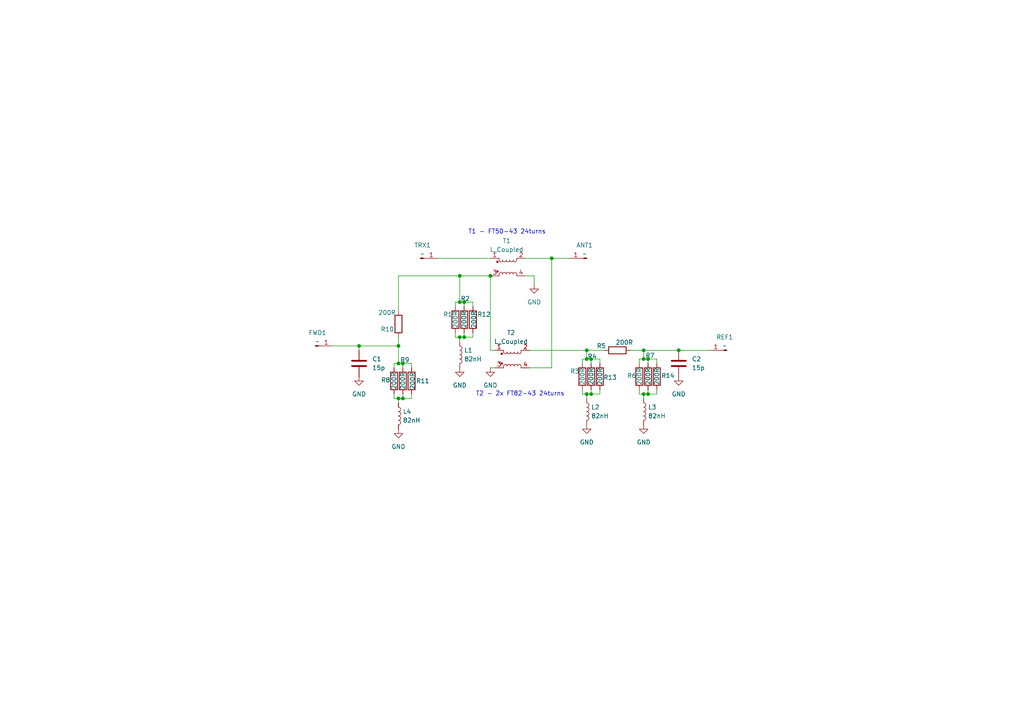
<source format=kicad_sch>
(kicad_sch
	(version 20250114)
	(generator "eeschema")
	(generator_version "9.0")
	(uuid "3d75ebb7-6ad1-4d41-8ff1-3ffab6ca7183")
	(paper "A4")
	(title_block
		(rev "1.2")
		(comment 1 "original 10db pad change to 18db pad")
	)
	(lib_symbols
		(symbol "Connector:Conn_01x01_Pin"
			(pin_names
				(offset 1.016)
				(hide yes)
			)
			(exclude_from_sim no)
			(in_bom yes)
			(on_board yes)
			(property "Reference" "J"
				(at 0 2.54 0)
				(effects
					(font
						(size 1.27 1.27)
					)
				)
			)
			(property "Value" "Conn_01x01_Pin"
				(at 0 -2.54 0)
				(effects
					(font
						(size 1.27 1.27)
					)
				)
			)
			(property "Footprint" ""
				(at 0 0 0)
				(effects
					(font
						(size 1.27 1.27)
					)
					(hide yes)
				)
			)
			(property "Datasheet" "~"
				(at 0 0 0)
				(effects
					(font
						(size 1.27 1.27)
					)
					(hide yes)
				)
			)
			(property "Description" "Generic connector, single row, 01x01, script generated"
				(at 0 0 0)
				(effects
					(font
						(size 1.27 1.27)
					)
					(hide yes)
				)
			)
			(property "ki_locked" ""
				(at 0 0 0)
				(effects
					(font
						(size 1.27 1.27)
					)
				)
			)
			(property "ki_keywords" "connector"
				(at 0 0 0)
				(effects
					(font
						(size 1.27 1.27)
					)
					(hide yes)
				)
			)
			(property "ki_fp_filters" "Connector*:*_1x??_*"
				(at 0 0 0)
				(effects
					(font
						(size 1.27 1.27)
					)
					(hide yes)
				)
			)
			(symbol "Conn_01x01_Pin_1_1"
				(rectangle
					(start 0.8636 0.127)
					(end 0 -0.127)
					(stroke
						(width 0.1524)
						(type default)
					)
					(fill
						(type outline)
					)
				)
				(polyline
					(pts
						(xy 1.27 0) (xy 0.8636 0)
					)
					(stroke
						(width 0.1524)
						(type default)
					)
					(fill
						(type none)
					)
				)
				(pin passive line
					(at 5.08 0 180)
					(length 3.81)
					(name "Pin_1"
						(effects
							(font
								(size 1.27 1.27)
							)
						)
					)
					(number "1"
						(effects
							(font
								(size 1.27 1.27)
							)
						)
					)
				)
			)
			(embedded_fonts no)
		)
		(symbol "Device:C"
			(pin_numbers
				(hide yes)
			)
			(pin_names
				(offset 0.254)
			)
			(exclude_from_sim no)
			(in_bom yes)
			(on_board yes)
			(property "Reference" "C"
				(at 0.635 2.54 0)
				(effects
					(font
						(size 1.27 1.27)
					)
					(justify left)
				)
			)
			(property "Value" "C"
				(at 0.635 -2.54 0)
				(effects
					(font
						(size 1.27 1.27)
					)
					(justify left)
				)
			)
			(property "Footprint" ""
				(at 0.9652 -3.81 0)
				(effects
					(font
						(size 1.27 1.27)
					)
					(hide yes)
				)
			)
			(property "Datasheet" "~"
				(at 0 0 0)
				(effects
					(font
						(size 1.27 1.27)
					)
					(hide yes)
				)
			)
			(property "Description" "Unpolarized capacitor"
				(at 0 0 0)
				(effects
					(font
						(size 1.27 1.27)
					)
					(hide yes)
				)
			)
			(property "ki_keywords" "cap capacitor"
				(at 0 0 0)
				(effects
					(font
						(size 1.27 1.27)
					)
					(hide yes)
				)
			)
			(property "ki_fp_filters" "C_*"
				(at 0 0 0)
				(effects
					(font
						(size 1.27 1.27)
					)
					(hide yes)
				)
			)
			(symbol "C_0_1"
				(polyline
					(pts
						(xy -2.032 0.762) (xy 2.032 0.762)
					)
					(stroke
						(width 0.508)
						(type default)
					)
					(fill
						(type none)
					)
				)
				(polyline
					(pts
						(xy -2.032 -0.762) (xy 2.032 -0.762)
					)
					(stroke
						(width 0.508)
						(type default)
					)
					(fill
						(type none)
					)
				)
			)
			(symbol "C_1_1"
				(pin passive line
					(at 0 3.81 270)
					(length 2.794)
					(name "~"
						(effects
							(font
								(size 1.27 1.27)
							)
						)
					)
					(number "1"
						(effects
							(font
								(size 1.27 1.27)
							)
						)
					)
				)
				(pin passive line
					(at 0 -3.81 90)
					(length 2.794)
					(name "~"
						(effects
							(font
								(size 1.27 1.27)
							)
						)
					)
					(number "2"
						(effects
							(font
								(size 1.27 1.27)
							)
						)
					)
				)
			)
			(embedded_fonts no)
		)
		(symbol "Device:L"
			(pin_numbers
				(hide yes)
			)
			(pin_names
				(offset 1.016)
				(hide yes)
			)
			(exclude_from_sim no)
			(in_bom yes)
			(on_board yes)
			(property "Reference" "L"
				(at -1.27 0 90)
				(effects
					(font
						(size 1.27 1.27)
					)
				)
			)
			(property "Value" "L"
				(at 1.905 0 90)
				(effects
					(font
						(size 1.27 1.27)
					)
				)
			)
			(property "Footprint" ""
				(at 0 0 0)
				(effects
					(font
						(size 1.27 1.27)
					)
					(hide yes)
				)
			)
			(property "Datasheet" "~"
				(at 0 0 0)
				(effects
					(font
						(size 1.27 1.27)
					)
					(hide yes)
				)
			)
			(property "Description" "Inductor"
				(at 0 0 0)
				(effects
					(font
						(size 1.27 1.27)
					)
					(hide yes)
				)
			)
			(property "ki_keywords" "inductor choke coil reactor magnetic"
				(at 0 0 0)
				(effects
					(font
						(size 1.27 1.27)
					)
					(hide yes)
				)
			)
			(property "ki_fp_filters" "Choke_* *Coil* Inductor_* L_*"
				(at 0 0 0)
				(effects
					(font
						(size 1.27 1.27)
					)
					(hide yes)
				)
			)
			(symbol "L_0_1"
				(arc
					(start 0 2.54)
					(mid 0.6323 1.905)
					(end 0 1.27)
					(stroke
						(width 0)
						(type default)
					)
					(fill
						(type none)
					)
				)
				(arc
					(start 0 1.27)
					(mid 0.6323 0.635)
					(end 0 0)
					(stroke
						(width 0)
						(type default)
					)
					(fill
						(type none)
					)
				)
				(arc
					(start 0 0)
					(mid 0.6323 -0.635)
					(end 0 -1.27)
					(stroke
						(width 0)
						(type default)
					)
					(fill
						(type none)
					)
				)
				(arc
					(start 0 -1.27)
					(mid 0.6323 -1.905)
					(end 0 -2.54)
					(stroke
						(width 0)
						(type default)
					)
					(fill
						(type none)
					)
				)
			)
			(symbol "L_1_1"
				(pin passive line
					(at 0 3.81 270)
					(length 1.27)
					(name "1"
						(effects
							(font
								(size 1.27 1.27)
							)
						)
					)
					(number "1"
						(effects
							(font
								(size 1.27 1.27)
							)
						)
					)
				)
				(pin passive line
					(at 0 -3.81 90)
					(length 1.27)
					(name "2"
						(effects
							(font
								(size 1.27 1.27)
							)
						)
					)
					(number "2"
						(effects
							(font
								(size 1.27 1.27)
							)
						)
					)
				)
			)
			(embedded_fonts no)
		)
		(symbol "Device:L_Coupled"
			(pin_names
				(offset 0.254)
				(hide yes)
			)
			(exclude_from_sim no)
			(in_bom yes)
			(on_board yes)
			(property "Reference" "L"
				(at 0 4.445 0)
				(effects
					(font
						(size 1.27 1.27)
					)
				)
			)
			(property "Value" "L_Coupled"
				(at 0 -4.445 0)
				(effects
					(font
						(size 1.27 1.27)
					)
				)
			)
			(property "Footprint" ""
				(at 0 0 0)
				(effects
					(font
						(size 1.27 1.27)
					)
					(hide yes)
				)
			)
			(property "Datasheet" "~"
				(at 0 0 0)
				(effects
					(font
						(size 1.27 1.27)
					)
					(hide yes)
				)
			)
			(property "Description" "Coupled inductor"
				(at 0 0 0)
				(effects
					(font
						(size 1.27 1.27)
					)
					(hide yes)
				)
			)
			(property "ki_keywords" "inductor choke coil reactor magnetic coupled"
				(at 0 0 0)
				(effects
					(font
						(size 1.27 1.27)
					)
					(hide yes)
				)
			)
			(property "ki_fp_filters" "Choke_* *Coil* Inductor_* L_*"
				(at 0 0 0)
				(effects
					(font
						(size 1.27 1.27)
					)
					(hide yes)
				)
			)
			(symbol "L_Coupled_0_1"
				(circle
					(center -3.048 1.524)
					(radius 0.254)
					(stroke
						(width 0)
						(type default)
					)
					(fill
						(type outline)
					)
				)
				(circle
					(center -3.048 -1.27)
					(radius 0.254)
					(stroke
						(width 0)
						(type default)
					)
					(fill
						(type outline)
					)
				)
				(polyline
					(pts
						(xy -2.54 2.032) (xy -2.54 2.54)
					)
					(stroke
						(width 0)
						(type default)
					)
					(fill
						(type none)
					)
				)
				(polyline
					(pts
						(xy -2.54 -2.032) (xy -2.54 -2.54)
					)
					(stroke
						(width 0)
						(type default)
					)
					(fill
						(type none)
					)
				)
				(arc
					(start -1.524 2.032)
					(mid -2.032 1.5262)
					(end -2.54 2.032)
					(stroke
						(width 0)
						(type default)
					)
					(fill
						(type none)
					)
				)
				(arc
					(start -2.54 -2.032)
					(mid -2.032 -1.5262)
					(end -1.524 -2.032)
					(stroke
						(width 0)
						(type default)
					)
					(fill
						(type none)
					)
				)
				(arc
					(start -0.508 2.032)
					(mid -1.016 1.5262)
					(end -1.524 2.032)
					(stroke
						(width 0)
						(type default)
					)
					(fill
						(type none)
					)
				)
				(arc
					(start -1.524 -2.032)
					(mid -1.016 -1.5262)
					(end -0.508 -2.032)
					(stroke
						(width 0)
						(type default)
					)
					(fill
						(type none)
					)
				)
				(arc
					(start 0.508 2.032)
					(mid 0 1.5262)
					(end -0.508 2.032)
					(stroke
						(width 0)
						(type default)
					)
					(fill
						(type none)
					)
				)
				(arc
					(start -0.508 -2.032)
					(mid 0 -1.5262)
					(end 0.508 -2.032)
					(stroke
						(width 0)
						(type default)
					)
					(fill
						(type none)
					)
				)
				(arc
					(start 1.524 2.032)
					(mid 1.016 1.5262)
					(end 0.508 2.032)
					(stroke
						(width 0)
						(type default)
					)
					(fill
						(type none)
					)
				)
				(arc
					(start 0.508 -2.032)
					(mid 1.016 -1.5262)
					(end 1.524 -2.032)
					(stroke
						(width 0)
						(type default)
					)
					(fill
						(type none)
					)
				)
				(arc
					(start 2.54 2.032)
					(mid 2.032 1.5262)
					(end 1.524 2.032)
					(stroke
						(width 0)
						(type default)
					)
					(fill
						(type none)
					)
				)
				(arc
					(start 1.524 -2.032)
					(mid 2.032 -1.5262)
					(end 2.54 -2.032)
					(stroke
						(width 0)
						(type default)
					)
					(fill
						(type none)
					)
				)
				(polyline
					(pts
						(xy 2.54 2.54) (xy 2.54 2.032)
					)
					(stroke
						(width 0)
						(type default)
					)
					(fill
						(type none)
					)
				)
				(polyline
					(pts
						(xy 2.54 -2.032) (xy 2.54 -2.54)
					)
					(stroke
						(width 0)
						(type default)
					)
					(fill
						(type none)
					)
				)
			)
			(symbol "L_Coupled_1_1"
				(pin passive line
					(at -5.08 2.54 0)
					(length 2.54)
					(name "1"
						(effects
							(font
								(size 1.27 1.27)
							)
						)
					)
					(number "1"
						(effects
							(font
								(size 1.27 1.27)
							)
						)
					)
				)
				(pin passive line
					(at -5.08 -2.54 0)
					(length 2.54)
					(name "3"
						(effects
							(font
								(size 1.27 1.27)
							)
						)
					)
					(number "3"
						(effects
							(font
								(size 1.27 1.27)
							)
						)
					)
				)
				(pin passive line
					(at 5.08 2.54 180)
					(length 2.54)
					(name "2"
						(effects
							(font
								(size 1.27 1.27)
							)
						)
					)
					(number "2"
						(effects
							(font
								(size 1.27 1.27)
							)
						)
					)
				)
				(pin passive line
					(at 5.08 -2.54 180)
					(length 2.54)
					(name "4"
						(effects
							(font
								(size 1.27 1.27)
							)
						)
					)
					(number "4"
						(effects
							(font
								(size 1.27 1.27)
							)
						)
					)
				)
			)
			(embedded_fonts no)
		)
		(symbol "Device:R"
			(pin_numbers
				(hide yes)
			)
			(pin_names
				(offset 0)
			)
			(exclude_from_sim no)
			(in_bom yes)
			(on_board yes)
			(property "Reference" "R"
				(at 2.032 0 90)
				(effects
					(font
						(size 1.27 1.27)
					)
				)
			)
			(property "Value" "R"
				(at 0 0 90)
				(effects
					(font
						(size 1.27 1.27)
					)
				)
			)
			(property "Footprint" ""
				(at -1.778 0 90)
				(effects
					(font
						(size 1.27 1.27)
					)
					(hide yes)
				)
			)
			(property "Datasheet" "~"
				(at 0 0 0)
				(effects
					(font
						(size 1.27 1.27)
					)
					(hide yes)
				)
			)
			(property "Description" "Resistor"
				(at 0 0 0)
				(effects
					(font
						(size 1.27 1.27)
					)
					(hide yes)
				)
			)
			(property "ki_keywords" "R res resistor"
				(at 0 0 0)
				(effects
					(font
						(size 1.27 1.27)
					)
					(hide yes)
				)
			)
			(property "ki_fp_filters" "R_*"
				(at 0 0 0)
				(effects
					(font
						(size 1.27 1.27)
					)
					(hide yes)
				)
			)
			(symbol "R_0_1"
				(rectangle
					(start -1.016 -2.54)
					(end 1.016 2.54)
					(stroke
						(width 0.254)
						(type default)
					)
					(fill
						(type none)
					)
				)
			)
			(symbol "R_1_1"
				(pin passive line
					(at 0 3.81 270)
					(length 1.27)
					(name "~"
						(effects
							(font
								(size 1.27 1.27)
							)
						)
					)
					(number "1"
						(effects
							(font
								(size 1.27 1.27)
							)
						)
					)
				)
				(pin passive line
					(at 0 -3.81 90)
					(length 1.27)
					(name "~"
						(effects
							(font
								(size 1.27 1.27)
							)
						)
					)
					(number "2"
						(effects
							(font
								(size 1.27 1.27)
							)
						)
					)
				)
			)
			(embedded_fonts no)
		)
		(symbol "power:GND"
			(power)
			(pin_numbers
				(hide yes)
			)
			(pin_names
				(offset 0)
				(hide yes)
			)
			(exclude_from_sim no)
			(in_bom yes)
			(on_board yes)
			(property "Reference" "#PWR"
				(at 0 -6.35 0)
				(effects
					(font
						(size 1.27 1.27)
					)
					(hide yes)
				)
			)
			(property "Value" "GND"
				(at 0 -3.81 0)
				(effects
					(font
						(size 1.27 1.27)
					)
				)
			)
			(property "Footprint" ""
				(at 0 0 0)
				(effects
					(font
						(size 1.27 1.27)
					)
					(hide yes)
				)
			)
			(property "Datasheet" ""
				(at 0 0 0)
				(effects
					(font
						(size 1.27 1.27)
					)
					(hide yes)
				)
			)
			(property "Description" "Power symbol creates a global label with name \"GND\" , ground"
				(at 0 0 0)
				(effects
					(font
						(size 1.27 1.27)
					)
					(hide yes)
				)
			)
			(property "ki_keywords" "global power"
				(at 0 0 0)
				(effects
					(font
						(size 1.27 1.27)
					)
					(hide yes)
				)
			)
			(symbol "GND_0_1"
				(polyline
					(pts
						(xy 0 0) (xy 0 -1.27) (xy 1.27 -1.27) (xy 0 -2.54) (xy -1.27 -1.27) (xy 0 -1.27)
					)
					(stroke
						(width 0)
						(type default)
					)
					(fill
						(type none)
					)
				)
			)
			(symbol "GND_1_1"
				(pin power_in line
					(at 0 0 270)
					(length 0)
					(name "~"
						(effects
							(font
								(size 1.27 1.27)
							)
						)
					)
					(number "1"
						(effects
							(font
								(size 1.27 1.27)
							)
						)
					)
				)
			)
			(embedded_fonts no)
		)
	)
	(text "T2 - 2x FT82-43 24turns"
		(exclude_from_sim no)
		(at 150.876 114.3 0)
		(effects
			(font
				(size 1.27 1.27)
			)
		)
		(uuid "d8991ac8-1518-4407-a463-9a8141a76c22")
	)
	(text "T1 - FT50-43 24turns"
		(exclude_from_sim no)
		(at 147.066 67.31 0)
		(effects
			(font
				(size 1.27 1.27)
			)
		)
		(uuid "ed05eb32-f368-48cc-b2e9-e1b5eaf596ea")
	)
	(junction
		(at 115.57 115.57)
		(diameter 0)
		(color 0 0 0 0)
		(uuid "0fa19422-cd3e-4a0f-8c58-02bf8fe08b91")
	)
	(junction
		(at 134.62 97.79)
		(diameter 0)
		(color 0 0 0 0)
		(uuid "187a4a18-4ef4-4f08-9066-d3d58b260d9e")
	)
	(junction
		(at 116.84 115.57)
		(diameter 0)
		(color 0 0 0 0)
		(uuid "20a560e0-b5c1-45bb-8b85-03cf6294b878")
	)
	(junction
		(at 142.24 80.01)
		(diameter 0)
		(color 0 0 0 0)
		(uuid "33dc2bd5-7a23-4523-a9d6-6e72292af157")
	)
	(junction
		(at 133.35 97.79)
		(diameter 0)
		(color 0 0 0 0)
		(uuid "3e46a4c1-e07d-4f9e-a7b5-17a4b698ee3a")
	)
	(junction
		(at 196.85 101.6)
		(diameter 0)
		(color 0 0 0 0)
		(uuid "4309eecc-355b-490d-a1ca-f74fcfa330a0")
	)
	(junction
		(at 134.62 87.63)
		(diameter 0)
		(color 0 0 0 0)
		(uuid "5a5c0229-48bc-4ca3-a6e3-c93ddabdc549")
	)
	(junction
		(at 186.69 101.6)
		(diameter 0)
		(color 0 0 0 0)
		(uuid "5d46e687-44a6-4dcb-a0b0-e7182259e149")
	)
	(junction
		(at 187.96 104.14)
		(diameter 0)
		(color 0 0 0 0)
		(uuid "67be089a-05b5-463a-9dcf-19630a9ee62d")
	)
	(junction
		(at 115.57 100.33)
		(diameter 0)
		(color 0 0 0 0)
		(uuid "67ef115a-59a6-4e55-9bac-b9a357bdde97")
	)
	(junction
		(at 133.35 87.63)
		(diameter 0)
		(color 0 0 0 0)
		(uuid "746036ef-a02a-45c0-83a1-f9dd3f2dd2ec")
	)
	(junction
		(at 104.14 100.33)
		(diameter 0)
		(color 0 0 0 0)
		(uuid "85075ee8-0112-41a4-adba-fed1480b82bc")
	)
	(junction
		(at 116.84 105.41)
		(diameter 0)
		(color 0 0 0 0)
		(uuid "870f05d0-9912-40b8-bee1-e92cd35a83e5")
	)
	(junction
		(at 171.45 104.14)
		(diameter 0)
		(color 0 0 0 0)
		(uuid "990fe127-3b4e-4270-ad64-935582206771")
	)
	(junction
		(at 160.02 74.93)
		(diameter 0)
		(color 0 0 0 0)
		(uuid "9ce0afe2-65c0-4f65-b570-4307d0a76f8d")
	)
	(junction
		(at 115.57 105.41)
		(diameter 0)
		(color 0 0 0 0)
		(uuid "bdb29584-1427-4b5c-a67f-f73cda4ab5af")
	)
	(junction
		(at 170.18 104.14)
		(diameter 0)
		(color 0 0 0 0)
		(uuid "bffb9c49-f14d-4b5e-bee7-36b4780c3af2")
	)
	(junction
		(at 171.45 114.3)
		(diameter 0)
		(color 0 0 0 0)
		(uuid "db3cf093-e517-46f7-9705-7411aa9b103f")
	)
	(junction
		(at 170.18 114.3)
		(diameter 0)
		(color 0 0 0 0)
		(uuid "db77bfc7-4bc6-413c-96c6-3eeb91331335")
	)
	(junction
		(at 133.35 80.01)
		(diameter 0)
		(color 0 0 0 0)
		(uuid "e5d73092-2885-4e57-ad67-f1850ff112dd")
	)
	(junction
		(at 170.18 101.6)
		(diameter 0)
		(color 0 0 0 0)
		(uuid "e764d9f4-d400-494e-abc0-9ae1d839681a")
	)
	(junction
		(at 186.69 104.14)
		(diameter 0)
		(color 0 0 0 0)
		(uuid "f8956da3-b9b6-48e6-bdf5-7a334c1ba540")
	)
	(junction
		(at 187.96 114.3)
		(diameter 0)
		(color 0 0 0 0)
		(uuid "fc599dc5-952b-4d3d-948e-473c001304f9")
	)
	(junction
		(at 186.69 114.3)
		(diameter 0)
		(color 0 0 0 0)
		(uuid "fce381ea-5a99-417f-8317-c99c5a2ea3e8")
	)
	(wire
		(pts
			(xy 168.91 113.03) (xy 168.91 114.3)
		)
		(stroke
			(width 0)
			(type default)
		)
		(uuid "066d87ab-4dc0-43df-928b-6dcf9b0319d2")
	)
	(wire
		(pts
			(xy 168.91 104.14) (xy 170.18 104.14)
		)
		(stroke
			(width 0)
			(type default)
		)
		(uuid "0cae6fa9-0508-404a-bab4-ca5d63de0590")
	)
	(wire
		(pts
			(xy 116.84 115.57) (xy 116.84 114.3)
		)
		(stroke
			(width 0)
			(type default)
		)
		(uuid "0f93de7d-1e20-4ba1-8df3-bf214c01c0c0")
	)
	(wire
		(pts
			(xy 186.69 114.3) (xy 186.69 115.57)
		)
		(stroke
			(width 0)
			(type default)
		)
		(uuid "12445b3f-c133-4422-8404-64206a05e470")
	)
	(wire
		(pts
			(xy 182.88 101.6) (xy 186.69 101.6)
		)
		(stroke
			(width 0)
			(type default)
		)
		(uuid "1317e5cf-f706-4d41-9b06-ca4fe5f752af")
	)
	(wire
		(pts
			(xy 114.3 115.57) (xy 115.57 115.57)
		)
		(stroke
			(width 0)
			(type default)
		)
		(uuid "17e6d765-ad0c-4740-b3fe-8d0bece0bc6f")
	)
	(wire
		(pts
			(xy 173.99 114.3) (xy 173.99 113.03)
		)
		(stroke
			(width 0)
			(type default)
		)
		(uuid "1b133f36-4159-4378-aa97-5d7e7770e897")
	)
	(wire
		(pts
			(xy 132.08 97.79) (xy 133.35 97.79)
		)
		(stroke
			(width 0)
			(type default)
		)
		(uuid "1fd0ecd3-d348-4f66-a8a4-7556c210691e")
	)
	(wire
		(pts
			(xy 134.62 88.9) (xy 134.62 87.63)
		)
		(stroke
			(width 0)
			(type default)
		)
		(uuid "22912637-7285-4ba8-bca9-8e30c9201793")
	)
	(wire
		(pts
			(xy 115.57 97.79) (xy 115.57 100.33)
		)
		(stroke
			(width 0)
			(type default)
		)
		(uuid "27ab1e32-e3e2-416f-969f-1ecc4e26a624")
	)
	(wire
		(pts
			(xy 133.35 80.01) (xy 142.24 80.01)
		)
		(stroke
			(width 0)
			(type default)
		)
		(uuid "2b11af67-62a4-488b-be65-579bf42b30eb")
	)
	(wire
		(pts
			(xy 171.45 114.3) (xy 171.45 113.03)
		)
		(stroke
			(width 0)
			(type default)
		)
		(uuid "2b88d835-5008-46a7-8330-58f8e50c0046")
	)
	(wire
		(pts
			(xy 116.84 106.68) (xy 116.84 105.41)
		)
		(stroke
			(width 0)
			(type default)
		)
		(uuid "305623d9-651a-484d-8879-d4f881580840")
	)
	(wire
		(pts
			(xy 170.18 114.3) (xy 170.18 115.57)
		)
		(stroke
			(width 0)
			(type default)
		)
		(uuid "34018334-a03d-4769-b09f-a8b46fb35329")
	)
	(wire
		(pts
			(xy 133.35 87.63) (xy 132.08 87.63)
		)
		(stroke
			(width 0)
			(type default)
		)
		(uuid "39139078-55f4-488a-b81e-dd901436d25c")
	)
	(wire
		(pts
			(xy 190.5 114.3) (xy 190.5 113.03)
		)
		(stroke
			(width 0)
			(type default)
		)
		(uuid "3a827ad9-efdf-4b66-bddd-1e6b4788051c")
	)
	(wire
		(pts
			(xy 115.57 115.57) (xy 115.57 116.84)
		)
		(stroke
			(width 0)
			(type default)
		)
		(uuid "41f554b5-0166-4f16-a1ac-2916d468cf0c")
	)
	(wire
		(pts
			(xy 137.16 87.63) (xy 137.16 88.9)
		)
		(stroke
			(width 0)
			(type default)
		)
		(uuid "424ae7aa-4ccc-4665-b9bb-f550a028569c")
	)
	(wire
		(pts
			(xy 127 74.93) (xy 142.24 74.93)
		)
		(stroke
			(width 0)
			(type default)
		)
		(uuid "427398ed-7f5c-4131-98be-92bf40174f0c")
	)
	(wire
		(pts
			(xy 133.35 80.01) (xy 115.57 80.01)
		)
		(stroke
			(width 0)
			(type default)
		)
		(uuid "4367ecc7-5637-4ff3-8173-f07fa586c8b1")
	)
	(wire
		(pts
			(xy 119.38 115.57) (xy 119.38 114.3)
		)
		(stroke
			(width 0)
			(type default)
		)
		(uuid "47896923-c79b-4e2f-9cd6-e7b230b97ea6")
	)
	(wire
		(pts
			(xy 134.62 97.79) (xy 134.62 96.52)
		)
		(stroke
			(width 0)
			(type default)
		)
		(uuid "48ca668c-0510-4a13-aac8-38cee8afa808")
	)
	(wire
		(pts
			(xy 115.57 100.33) (xy 115.57 105.41)
		)
		(stroke
			(width 0)
			(type default)
		)
		(uuid "4c6101e4-8178-4adf-94d6-9290591b5bb4")
	)
	(wire
		(pts
			(xy 171.45 114.3) (xy 173.99 114.3)
		)
		(stroke
			(width 0)
			(type default)
		)
		(uuid "4e035553-f226-4b00-bf6b-0862795366be")
	)
	(wire
		(pts
			(xy 168.91 114.3) (xy 170.18 114.3)
		)
		(stroke
			(width 0)
			(type default)
		)
		(uuid "4ea01584-0f6e-406d-a510-82d9a34c4e1b")
	)
	(wire
		(pts
			(xy 133.35 97.79) (xy 134.62 97.79)
		)
		(stroke
			(width 0)
			(type default)
		)
		(uuid "5515fb4c-9451-43a5-83ec-51ce6bbd9116")
	)
	(wire
		(pts
			(xy 134.62 97.79) (xy 137.16 97.79)
		)
		(stroke
			(width 0)
			(type default)
		)
		(uuid "560cc780-dec1-4698-9fbb-193f8772181e")
	)
	(wire
		(pts
			(xy 114.3 114.3) (xy 114.3 115.57)
		)
		(stroke
			(width 0)
			(type default)
		)
		(uuid "56a194c3-a943-47ab-8961-3bea6dbebf50")
	)
	(wire
		(pts
			(xy 187.96 104.14) (xy 190.5 104.14)
		)
		(stroke
			(width 0)
			(type default)
		)
		(uuid "57ae2ec0-aefa-46db-a3eb-d9abc72d6888")
	)
	(wire
		(pts
			(xy 185.42 113.03) (xy 185.42 114.3)
		)
		(stroke
			(width 0)
			(type default)
		)
		(uuid "58fc192a-fc8e-41d4-82f4-3d6947ec409d")
	)
	(wire
		(pts
			(xy 170.18 101.6) (xy 175.26 101.6)
		)
		(stroke
			(width 0)
			(type default)
		)
		(uuid "724f2c1d-1c13-4c72-9b7b-58e2a803aafd")
	)
	(wire
		(pts
			(xy 186.69 101.6) (xy 196.85 101.6)
		)
		(stroke
			(width 0)
			(type default)
		)
		(uuid "74133975-3bf7-47f0-b498-f42d60ec739e")
	)
	(wire
		(pts
			(xy 170.18 104.14) (xy 171.45 104.14)
		)
		(stroke
			(width 0)
			(type default)
		)
		(uuid "750ed0c2-1b16-4856-966a-05f274d0f327")
	)
	(wire
		(pts
			(xy 115.57 105.41) (xy 116.84 105.41)
		)
		(stroke
			(width 0)
			(type default)
		)
		(uuid "792a647a-5cd0-494a-9d79-be8c061b9095")
	)
	(wire
		(pts
			(xy 160.02 74.93) (xy 165.1 74.93)
		)
		(stroke
			(width 0)
			(type default)
		)
		(uuid "7c9e42c8-22ce-4bd8-8c5d-5ca6c4553bd5")
	)
	(wire
		(pts
			(xy 143.51 101.6) (xy 142.24 101.6)
		)
		(stroke
			(width 0)
			(type default)
		)
		(uuid "7de4324d-5e70-403b-a643-338c1016ae22")
	)
	(wire
		(pts
			(xy 137.16 97.79) (xy 137.16 96.52)
		)
		(stroke
			(width 0)
			(type default)
		)
		(uuid "7fe8c81d-d286-4768-84c8-f778d007381d")
	)
	(wire
		(pts
			(xy 196.85 101.6) (xy 205.74 101.6)
		)
		(stroke
			(width 0)
			(type default)
		)
		(uuid "80a4e25d-5ad0-4c18-8aca-2e39d68f90be")
	)
	(wire
		(pts
			(xy 104.14 100.33) (xy 104.14 101.6)
		)
		(stroke
			(width 0)
			(type default)
		)
		(uuid "81e0f169-f1a4-45cf-aa41-b98867448af4")
	)
	(wire
		(pts
			(xy 185.42 114.3) (xy 186.69 114.3)
		)
		(stroke
			(width 0)
			(type default)
		)
		(uuid "84f84096-4bc9-44ce-981a-3f163dadf2f2")
	)
	(wire
		(pts
			(xy 115.57 80.01) (xy 115.57 90.17)
		)
		(stroke
			(width 0)
			(type default)
		)
		(uuid "86cff13b-e06d-4fbd-980c-e96867b8e6bc")
	)
	(wire
		(pts
			(xy 160.02 106.68) (xy 160.02 74.93)
		)
		(stroke
			(width 0)
			(type default)
		)
		(uuid "8e1843a2-81c6-4191-a62f-4d82820ead1e")
	)
	(wire
		(pts
			(xy 186.69 104.14) (xy 187.96 104.14)
		)
		(stroke
			(width 0)
			(type default)
		)
		(uuid "90815fe1-cf11-4199-b996-bfbd44edbe43")
	)
	(wire
		(pts
			(xy 154.94 80.01) (xy 154.94 82.55)
		)
		(stroke
			(width 0)
			(type default)
		)
		(uuid "967751a2-bcd1-4375-bcbb-acade2f3c0b3")
	)
	(wire
		(pts
			(xy 114.3 105.41) (xy 115.57 105.41)
		)
		(stroke
			(width 0)
			(type default)
		)
		(uuid "99f76704-dce0-4cbf-ab79-d623bf692d02")
	)
	(wire
		(pts
			(xy 133.35 97.79) (xy 133.35 99.06)
		)
		(stroke
			(width 0)
			(type default)
		)
		(uuid "9bed67d6-8138-4d22-9dd1-5ab142da1147")
	)
	(wire
		(pts
			(xy 134.62 87.63) (xy 133.35 87.63)
		)
		(stroke
			(width 0)
			(type default)
		)
		(uuid "9c137d10-2b82-49a8-a421-5a4965876b72")
	)
	(wire
		(pts
			(xy 171.45 105.41) (xy 171.45 104.14)
		)
		(stroke
			(width 0)
			(type default)
		)
		(uuid "9ed4c77c-b51e-4ba6-87ec-b1af17ada53a")
	)
	(wire
		(pts
			(xy 171.45 104.14) (xy 173.99 104.14)
		)
		(stroke
			(width 0)
			(type default)
		)
		(uuid "9f55d22f-aeb3-4d98-8bab-0cae7fe3a188")
	)
	(wire
		(pts
			(xy 153.67 101.6) (xy 170.18 101.6)
		)
		(stroke
			(width 0)
			(type default)
		)
		(uuid "a02d7744-7cf0-4f71-9464-24365613ecc8")
	)
	(wire
		(pts
			(xy 142.24 106.68) (xy 143.51 106.68)
		)
		(stroke
			(width 0)
			(type default)
		)
		(uuid "a5f2be72-ce32-4a9c-826e-237a1f4c9192")
	)
	(wire
		(pts
			(xy 153.67 106.68) (xy 160.02 106.68)
		)
		(stroke
			(width 0)
			(type default)
		)
		(uuid "a8c01590-ab44-40c5-863c-fab613bd7be4")
	)
	(wire
		(pts
			(xy 142.24 101.6) (xy 142.24 80.01)
		)
		(stroke
			(width 0)
			(type default)
		)
		(uuid "aa4c2a27-b91e-41eb-9de0-6877c7cc2c34")
	)
	(wire
		(pts
			(xy 186.69 114.3) (xy 187.96 114.3)
		)
		(stroke
			(width 0)
			(type default)
		)
		(uuid "aee021bc-4615-49be-aec6-23a36c33a109")
	)
	(wire
		(pts
			(xy 96.52 100.33) (xy 104.14 100.33)
		)
		(stroke
			(width 0)
			(type default)
		)
		(uuid "b1ad0a9b-f9da-4f6d-9356-b0c4059309b4")
	)
	(wire
		(pts
			(xy 114.3 105.41) (xy 114.3 106.68)
		)
		(stroke
			(width 0)
			(type default)
		)
		(uuid "b6a19584-1881-46a0-a407-7bde06ad04c2")
	)
	(wire
		(pts
			(xy 185.42 104.14) (xy 185.42 105.41)
		)
		(stroke
			(width 0)
			(type default)
		)
		(uuid "b84e21f4-76ca-410a-b888-89741416f890")
	)
	(wire
		(pts
			(xy 170.18 101.6) (xy 170.18 104.14)
		)
		(stroke
			(width 0)
			(type default)
		)
		(uuid "bb11cf8f-8042-447f-84e1-a62cdd3979c6")
	)
	(wire
		(pts
			(xy 132.08 87.63) (xy 132.08 88.9)
		)
		(stroke
			(width 0)
			(type default)
		)
		(uuid "c1d175c7-768c-43b6-8af8-3017c46ca3b0")
	)
	(wire
		(pts
			(xy 187.96 105.41) (xy 187.96 104.14)
		)
		(stroke
			(width 0)
			(type default)
		)
		(uuid "c529d66c-8f21-4e2e-91ce-93d261b92776")
	)
	(wire
		(pts
			(xy 115.57 115.57) (xy 116.84 115.57)
		)
		(stroke
			(width 0)
			(type default)
		)
		(uuid "c5aa9033-b7b0-44b5-8d1b-0ddef10c693c")
	)
	(wire
		(pts
			(xy 132.08 96.52) (xy 132.08 97.79)
		)
		(stroke
			(width 0)
			(type default)
		)
		(uuid "c9032ce6-6996-4ff6-8332-1d7daa18d1f6")
	)
	(wire
		(pts
			(xy 190.5 104.14) (xy 190.5 105.41)
		)
		(stroke
			(width 0)
			(type default)
		)
		(uuid "cc338b33-970b-4277-94f2-417238bee874")
	)
	(wire
		(pts
			(xy 170.18 114.3) (xy 171.45 114.3)
		)
		(stroke
			(width 0)
			(type default)
		)
		(uuid "cf6ef392-6d74-44e1-957c-5fbb8256bc54")
	)
	(wire
		(pts
			(xy 152.4 80.01) (xy 154.94 80.01)
		)
		(stroke
			(width 0)
			(type default)
		)
		(uuid "d2a7ea8e-3ad8-490b-bb12-2f0838ad9aca")
	)
	(wire
		(pts
			(xy 152.4 74.93) (xy 160.02 74.93)
		)
		(stroke
			(width 0)
			(type default)
		)
		(uuid "d43b11b4-b342-4fed-b7a9-5dedced483ec")
	)
	(wire
		(pts
			(xy 168.91 104.14) (xy 168.91 105.41)
		)
		(stroke
			(width 0)
			(type default)
		)
		(uuid "d6ebcf50-d40f-4152-8d15-c586337d19ca")
	)
	(wire
		(pts
			(xy 187.96 114.3) (xy 187.96 113.03)
		)
		(stroke
			(width 0)
			(type default)
		)
		(uuid "d835d73b-752c-4436-8ae0-d8538272ca7f")
	)
	(wire
		(pts
			(xy 104.14 100.33) (xy 115.57 100.33)
		)
		(stroke
			(width 0)
			(type default)
		)
		(uuid "db8da642-9ecb-476e-b31c-68fafafe36db")
	)
	(wire
		(pts
			(xy 133.35 80.01) (xy 133.35 87.63)
		)
		(stroke
			(width 0)
			(type default)
		)
		(uuid "e680416a-8952-44df-948f-606d5a9b1e05")
	)
	(wire
		(pts
			(xy 134.62 87.63) (xy 137.16 87.63)
		)
		(stroke
			(width 0)
			(type default)
		)
		(uuid "e72ab5bc-38f3-4d8a-a5a9-646c2479f2a8")
	)
	(wire
		(pts
			(xy 119.38 105.41) (xy 119.38 106.68)
		)
		(stroke
			(width 0)
			(type default)
		)
		(uuid "e85b2f18-aa01-4840-9452-7d37470cd217")
	)
	(wire
		(pts
			(xy 116.84 105.41) (xy 119.38 105.41)
		)
		(stroke
			(width 0)
			(type default)
		)
		(uuid "e9a0ed93-d68b-4955-bb2d-6140621558b9")
	)
	(wire
		(pts
			(xy 173.99 104.14) (xy 173.99 105.41)
		)
		(stroke
			(width 0)
			(type default)
		)
		(uuid "e9b73529-ffb0-4ac5-86d0-c5621abd19a6")
	)
	(wire
		(pts
			(xy 116.84 115.57) (xy 119.38 115.57)
		)
		(stroke
			(width 0)
			(type default)
		)
		(uuid "f3355541-4d7d-4ac9-a77f-aba48decf968")
	)
	(wire
		(pts
			(xy 186.69 101.6) (xy 186.69 104.14)
		)
		(stroke
			(width 0)
			(type default)
		)
		(uuid "f610f4cb-943c-427d-8ac5-857d6b2e3e82")
	)
	(wire
		(pts
			(xy 187.96 114.3) (xy 190.5 114.3)
		)
		(stroke
			(width 0)
			(type default)
		)
		(uuid "fefd07b6-0254-4436-b337-21bdb1134f04")
	)
	(wire
		(pts
			(xy 185.42 104.14) (xy 186.69 104.14)
		)
		(stroke
			(width 0)
			(type default)
		)
		(uuid "ff90b9ed-ed0f-480e-a5f3-c3a002d7c4ed")
	)
	(symbol
		(lib_id "Device:L_Coupled")
		(at 147.32 77.47 0)
		(unit 1)
		(exclude_from_sim no)
		(in_bom yes)
		(on_board yes)
		(dnp no)
		(fields_autoplaced yes)
		(uuid "043e5a6e-d0dd-40d4-aee6-af9815d84dbb")
		(property "Reference" "T1"
			(at 146.939 69.85 0)
			(effects
				(font
					(size 1.27 1.27)
				)
			)
		)
		(property "Value" "L_Coupled"
			(at 146.939 72.39 0)
			(effects
				(font
					(size 1.27 1.27)
				)
			)
		)
		(property "Footprint" ""
			(at 147.32 77.47 0)
			(effects
				(font
					(size 1.27 1.27)
				)
				(hide yes)
			)
		)
		(property "Datasheet" "~"
			(at 147.32 77.47 0)
			(effects
				(font
					(size 1.27 1.27)
				)
				(hide yes)
			)
		)
		(property "Description" "Coupled inductor"
			(at 147.32 77.47 0)
			(effects
				(font
					(size 1.27 1.27)
				)
				(hide yes)
			)
		)
		(pin "3"
			(uuid "74b74387-066b-4d05-baaa-4346dab8938b")
		)
		(pin "1"
			(uuid "798b1448-6cbf-4765-97b9-e909800159cb")
		)
		(pin "2"
			(uuid "29f17b3b-38c1-417b-946c-6e4cb9463506")
		)
		(pin "4"
			(uuid "e8fb4cb9-98b5-4bf8-8d0d-2fb1c886f078")
		)
		(instances
			(project ""
				(path "/3d75ebb7-6ad1-4d41-8ff1-3ffab6ca7183"
					(reference "T1")
					(unit 1)
				)
			)
		)
	)
	(symbol
		(lib_id "power:GND")
		(at 154.94 82.55 0)
		(unit 1)
		(exclude_from_sim no)
		(in_bom yes)
		(on_board yes)
		(dnp no)
		(fields_autoplaced yes)
		(uuid "0b6c160a-53e4-4268-83fb-ce7133578f8e")
		(property "Reference" "#PWR01"
			(at 154.94 88.9 0)
			(effects
				(font
					(size 1.27 1.27)
				)
				(hide yes)
			)
		)
		(property "Value" "GND"
			(at 154.94 87.63 0)
			(effects
				(font
					(size 1.27 1.27)
				)
			)
		)
		(property "Footprint" ""
			(at 154.94 82.55 0)
			(effects
				(font
					(size 1.27 1.27)
				)
				(hide yes)
			)
		)
		(property "Datasheet" ""
			(at 154.94 82.55 0)
			(effects
				(font
					(size 1.27 1.27)
				)
				(hide yes)
			)
		)
		(property "Description" "Power symbol creates a global label with name \"GND\" , ground"
			(at 154.94 82.55 0)
			(effects
				(font
					(size 1.27 1.27)
				)
				(hide yes)
			)
		)
		(pin "1"
			(uuid "29ee5532-d254-4242-af8c-28bebe6a932f")
		)
		(instances
			(project ""
				(path "/3d75ebb7-6ad1-4d41-8ff1-3ffab6ca7183"
					(reference "#PWR01")
					(unit 1)
				)
			)
		)
	)
	(symbol
		(lib_id "Connector:Conn_01x01_Pin")
		(at 170.18 74.93 180)
		(unit 1)
		(exclude_from_sim no)
		(in_bom yes)
		(on_board yes)
		(dnp no)
		(fields_autoplaced yes)
		(uuid "19ab0b69-38b3-42f6-8669-d980a0988e70")
		(property "Reference" "ANT1"
			(at 169.545 71.12 0)
			(effects
				(font
					(size 1.27 1.27)
				)
			)
		)
		(property "Value" "~"
			(at 169.545 73.66 0)
			(effects
				(font
					(size 1.27 1.27)
				)
			)
		)
		(property "Footprint" "TestPoint:TestPoint_Pad_4.0x4.0mm"
			(at 170.18 74.93 0)
			(effects
				(font
					(size 1.27 1.27)
				)
				(hide yes)
			)
		)
		(property "Datasheet" "~"
			(at 170.18 74.93 0)
			(effects
				(font
					(size 1.27 1.27)
				)
				(hide yes)
			)
		)
		(property "Description" "Generic connector, single row, 01x01, script generated"
			(at 170.18 74.93 0)
			(effects
				(font
					(size 1.27 1.27)
				)
				(hide yes)
			)
		)
		(pin "1"
			(uuid "30ecb486-505c-447c-9153-6dff4564ee17")
		)
		(instances
			(project "PowerMeter_REV3n_RF_coupler1to70"
				(path "/3d75ebb7-6ad1-4d41-8ff1-3ffab6ca7183"
					(reference "ANT1")
					(unit 1)
				)
			)
		)
	)
	(symbol
		(lib_id "Device:R")
		(at 168.91 109.22 0)
		(unit 1)
		(exclude_from_sim no)
		(in_bom yes)
		(on_board yes)
		(dnp no)
		(uuid "1c5ce5af-d9bc-4752-a19d-f4f1d45de441")
		(property "Reference" "R3"
			(at 165.354 107.696 0)
			(effects
				(font
					(size 1.27 1.27)
				)
				(justify left)
			)
		)
		(property "Value" "200R"
			(at 168.91 111.76 90)
			(effects
				(font
					(size 1.27 1.27)
				)
				(justify left)
			)
		)
		(property "Footprint" "Resistor_SMD:R_2512_6332Metric_Pad1.40x3.35mm_HandSolder"
			(at 167.132 109.22 90)
			(effects
				(font
					(size 1.27 1.27)
				)
				(hide yes)
			)
		)
		(property "Datasheet" "~"
			(at 168.91 109.22 0)
			(effects
				(font
					(size 1.27 1.27)
				)
				(hide yes)
			)
		)
		(property "Description" "Resistor"
			(at 168.91 109.22 0)
			(effects
				(font
					(size 1.27 1.27)
				)
				(hide yes)
			)
		)
		(pin "2"
			(uuid "da4aa265-a136-4135-be88-36765b6df922")
		)
		(pin "1"
			(uuid "4cf61a6d-7f49-41ca-bbc1-f1bce2f071f8")
		)
		(instances
			(project "PowerMeter_REV3n_RF_coupler1to70"
				(path "/3d75ebb7-6ad1-4d41-8ff1-3ffab6ca7183"
					(reference "R3")
					(unit 1)
				)
			)
		)
	)
	(symbol
		(lib_id "Device:L")
		(at 170.18 119.38 0)
		(unit 1)
		(exclude_from_sim no)
		(in_bom yes)
		(on_board yes)
		(dnp no)
		(fields_autoplaced yes)
		(uuid "1e2f0b32-0591-48df-9c9e-a77ccc296f0f")
		(property "Reference" "L2"
			(at 171.45 118.1099 0)
			(effects
				(font
					(size 1.27 1.27)
				)
				(justify left)
			)
		)
		(property "Value" "82nH"
			(at 171.45 120.6499 0)
			(effects
				(font
					(size 1.27 1.27)
				)
				(justify left)
			)
		)
		(property "Footprint" "Inductor_SMD:L_1210_3225Metric_Pad1.42x2.65mm_HandSolder"
			(at 170.18 119.38 0)
			(effects
				(font
					(size 1.27 1.27)
				)
				(hide yes)
			)
		)
		(property "Datasheet" "~"
			(at 170.18 119.38 0)
			(effects
				(font
					(size 1.27 1.27)
				)
				(hide yes)
			)
		)
		(property "Description" "Inductor"
			(at 170.18 119.38 0)
			(effects
				(font
					(size 1.27 1.27)
				)
				(hide yes)
			)
		)
		(pin "1"
			(uuid "4bbe9a13-005a-482f-98ad-b06c63409d18")
		)
		(pin "2"
			(uuid "cd2b7a82-ca0c-4f0b-9a6e-1736f3792bdb")
		)
		(instances
			(project "PowerMeter_REV3n_RF_coupler1to70"
				(path "/3d75ebb7-6ad1-4d41-8ff1-3ffab6ca7183"
					(reference "L2")
					(unit 1)
				)
			)
		)
	)
	(symbol
		(lib_id "Device:L_Coupled")
		(at 148.59 104.14 0)
		(unit 1)
		(exclude_from_sim no)
		(in_bom yes)
		(on_board yes)
		(dnp no)
		(fields_autoplaced yes)
		(uuid "23ee6e06-d4f3-4b01-9112-a9178410d2d5")
		(property "Reference" "T2"
			(at 148.209 96.52 0)
			(effects
				(font
					(size 1.27 1.27)
				)
			)
		)
		(property "Value" "L_Coupled"
			(at 148.209 99.06 0)
			(effects
				(font
					(size 1.27 1.27)
				)
			)
		)
		(property "Footprint" ""
			(at 148.59 104.14 0)
			(effects
				(font
					(size 1.27 1.27)
				)
				(hide yes)
			)
		)
		(property "Datasheet" "~"
			(at 148.59 104.14 0)
			(effects
				(font
					(size 1.27 1.27)
				)
				(hide yes)
			)
		)
		(property "Description" "Coupled inductor"
			(at 148.59 104.14 0)
			(effects
				(font
					(size 1.27 1.27)
				)
				(hide yes)
			)
		)
		(pin "3"
			(uuid "8e5085eb-b847-4a55-8e8c-bdaf1c305571")
		)
		(pin "1"
			(uuid "d955ef43-d04e-4eb4-8aa3-961a877cea6c")
		)
		(pin "2"
			(uuid "27e61e3a-fa83-448c-88f8-85cb0ac9208f")
		)
		(pin "4"
			(uuid "18f19a73-2b14-49f4-9e0d-85f001f92976")
		)
		(instances
			(project "PowerMeter_REV3n_RF_coupler1to70"
				(path "/3d75ebb7-6ad1-4d41-8ff1-3ffab6ca7183"
					(reference "T2")
					(unit 1)
				)
			)
		)
	)
	(symbol
		(lib_id "Device:R")
		(at 179.07 101.6 90)
		(unit 1)
		(exclude_from_sim no)
		(in_bom yes)
		(on_board yes)
		(dnp no)
		(uuid "243fe15a-658a-445b-870b-d896f494bd9d")
		(property "Reference" "R5"
			(at 175.768 100.33 90)
			(effects
				(font
					(size 1.27 1.27)
				)
				(justify left)
			)
		)
		(property "Value" "200R"
			(at 183.642 99.314 90)
			(effects
				(font
					(size 1.27 1.27)
				)
				(justify left)
			)
		)
		(property "Footprint" "Resistor_SMD:R_2512_6332Metric_Pad1.40x3.35mm_HandSolder"
			(at 179.07 103.378 90)
			(effects
				(font
					(size 1.27 1.27)
				)
				(hide yes)
			)
		)
		(property "Datasheet" "~"
			(at 179.07 101.6 0)
			(effects
				(font
					(size 1.27 1.27)
				)
				(hide yes)
			)
		)
		(property "Description" "Resistor"
			(at 179.07 101.6 0)
			(effects
				(font
					(size 1.27 1.27)
				)
				(hide yes)
			)
		)
		(pin "2"
			(uuid "cb3e12a8-77c3-4402-9a59-90e95e39f9d4")
		)
		(pin "1"
			(uuid "5985a0eb-bada-40f5-b29b-45f13fc15888")
		)
		(instances
			(project "PowerMeter_REV3n_RF_coupler1to70"
				(path "/3d75ebb7-6ad1-4d41-8ff1-3ffab6ca7183"
					(reference "R5")
					(unit 1)
				)
			)
		)
	)
	(symbol
		(lib_id "Device:R")
		(at 187.96 109.22 0)
		(unit 1)
		(exclude_from_sim no)
		(in_bom yes)
		(on_board yes)
		(dnp no)
		(uuid "39c4b92b-ce36-49ee-b88c-da59ba2c87b3")
		(property "Reference" "R7"
			(at 187.198 103.124 0)
			(effects
				(font
					(size 1.27 1.27)
				)
				(justify left)
			)
		)
		(property "Value" "200R"
			(at 187.96 111.76 90)
			(effects
				(font
					(size 1.27 1.27)
				)
				(justify left)
			)
		)
		(property "Footprint" "Resistor_SMD:R_1206_3216Metric_Pad1.30x1.75mm_HandSolder"
			(at 186.182 109.22 90)
			(effects
				(font
					(size 1.27 1.27)
				)
				(hide yes)
			)
		)
		(property "Datasheet" "~"
			(at 187.96 109.22 0)
			(effects
				(font
					(size 1.27 1.27)
				)
				(hide yes)
			)
		)
		(property "Description" "Resistor"
			(at 187.96 109.22 0)
			(effects
				(font
					(size 1.27 1.27)
				)
				(hide yes)
			)
		)
		(pin "2"
			(uuid "11443c46-73c5-4b1b-933e-70c3869bd87e")
		)
		(pin "1"
			(uuid "172121f9-45c1-4a8f-bd82-c08157700dbf")
		)
		(instances
			(project "PowerMeter_REV3n_RF_coupler1to70"
				(path "/3d75ebb7-6ad1-4d41-8ff1-3ffab6ca7183"
					(reference "R7")
					(unit 1)
				)
			)
		)
	)
	(symbol
		(lib_id "Device:R")
		(at 116.84 110.49 0)
		(unit 1)
		(exclude_from_sim no)
		(in_bom yes)
		(on_board yes)
		(dnp no)
		(uuid "3bd8c761-a696-4060-86a1-b7417b9e47f5")
		(property "Reference" "R9"
			(at 116.078 104.394 0)
			(effects
				(font
					(size 1.27 1.27)
				)
				(justify left)
			)
		)
		(property "Value" "200R"
			(at 116.84 113.03 90)
			(effects
				(font
					(size 1.27 1.27)
				)
				(justify left)
			)
		)
		(property "Footprint" "Resistor_SMD:R_1206_3216Metric_Pad1.30x1.75mm_HandSolder"
			(at 115.062 110.49 90)
			(effects
				(font
					(size 1.27 1.27)
				)
				(hide yes)
			)
		)
		(property "Datasheet" "~"
			(at 116.84 110.49 0)
			(effects
				(font
					(size 1.27 1.27)
				)
				(hide yes)
			)
		)
		(property "Description" "Resistor"
			(at 116.84 110.49 0)
			(effects
				(font
					(size 1.27 1.27)
				)
				(hide yes)
			)
		)
		(pin "2"
			(uuid "c0bdb962-75db-4933-a264-d70045082398")
		)
		(pin "1"
			(uuid "3599548c-ec2d-44dc-bd22-1ef671292378")
		)
		(instances
			(project "PowerMeter_REV3n_RF_coupler1to70"
				(path "/3d75ebb7-6ad1-4d41-8ff1-3ffab6ca7183"
					(reference "R9")
					(unit 1)
				)
			)
		)
	)
	(symbol
		(lib_id "power:GND")
		(at 186.69 123.19 0)
		(unit 1)
		(exclude_from_sim no)
		(in_bom yes)
		(on_board yes)
		(dnp no)
		(fields_autoplaced yes)
		(uuid "3e9acf42-f7d3-4ab9-b6ee-12b74c43d39f")
		(property "Reference" "#PWR05"
			(at 186.69 129.54 0)
			(effects
				(font
					(size 1.27 1.27)
				)
				(hide yes)
			)
		)
		(property "Value" "GND"
			(at 186.69 128.27 0)
			(effects
				(font
					(size 1.27 1.27)
				)
			)
		)
		(property "Footprint" ""
			(at 186.69 123.19 0)
			(effects
				(font
					(size 1.27 1.27)
				)
				(hide yes)
			)
		)
		(property "Datasheet" ""
			(at 186.69 123.19 0)
			(effects
				(font
					(size 1.27 1.27)
				)
				(hide yes)
			)
		)
		(property "Description" "Power symbol creates a global label with name \"GND\" , ground"
			(at 186.69 123.19 0)
			(effects
				(font
					(size 1.27 1.27)
				)
				(hide yes)
			)
		)
		(pin "1"
			(uuid "463ea1b7-dd72-4bfa-983c-d97961fd41de")
		)
		(instances
			(project "PowerMeter_REV3n_RF_coupler1to70"
				(path "/3d75ebb7-6ad1-4d41-8ff1-3ffab6ca7183"
					(reference "#PWR05")
					(unit 1)
				)
			)
		)
	)
	(symbol
		(lib_id "Device:C")
		(at 104.14 105.41 0)
		(unit 1)
		(exclude_from_sim no)
		(in_bom yes)
		(on_board yes)
		(dnp no)
		(fields_autoplaced yes)
		(uuid "4a603bdc-ba12-4dba-b9f2-40cb5754c87f")
		(property "Reference" "C1"
			(at 107.95 104.1399 0)
			(effects
				(font
					(size 1.27 1.27)
				)
				(justify left)
			)
		)
		(property "Value" "15p"
			(at 107.95 106.6799 0)
			(effects
				(font
					(size 1.27 1.27)
				)
				(justify left)
			)
		)
		(property "Footprint" "Capacitor_SMD:C_1206_3216Metric_Pad1.33x1.80mm_HandSolder"
			(at 105.1052 109.22 0)
			(effects
				(font
					(size 1.27 1.27)
				)
				(hide yes)
			)
		)
		(property "Datasheet" "~"
			(at 104.14 105.41 0)
			(effects
				(font
					(size 1.27 1.27)
				)
				(hide yes)
			)
		)
		(property "Description" "Unpolarized capacitor"
			(at 104.14 105.41 0)
			(effects
				(font
					(size 1.27 1.27)
				)
				(hide yes)
			)
		)
		(pin "1"
			(uuid "b0d17621-4ded-49d3-8d6b-ca30c43a5b6f")
		)
		(pin "2"
			(uuid "bcb5ac4c-91ed-4bd7-b8ad-8ef20682bdbc")
		)
		(instances
			(project ""
				(path "/3d75ebb7-6ad1-4d41-8ff1-3ffab6ca7183"
					(reference "C1")
					(unit 1)
				)
			)
		)
	)
	(symbol
		(lib_id "Connector:Conn_01x01_Pin")
		(at 121.92 74.93 0)
		(unit 1)
		(exclude_from_sim no)
		(in_bom yes)
		(on_board yes)
		(dnp no)
		(fields_autoplaced yes)
		(uuid "4aeeacf1-ee14-4170-8d24-624650bf87c1")
		(property "Reference" "TRX1"
			(at 122.555 71.12 0)
			(effects
				(font
					(size 1.27 1.27)
				)
			)
		)
		(property "Value" "~"
			(at 122.555 73.66 0)
			(effects
				(font
					(size 1.27 1.27)
				)
			)
		)
		(property "Footprint" "TestPoint:TestPoint_Pad_4.0x4.0mm"
			(at 121.92 74.93 0)
			(effects
				(font
					(size 1.27 1.27)
				)
				(hide yes)
			)
		)
		(property "Datasheet" "~"
			(at 121.92 74.93 0)
			(effects
				(font
					(size 1.27 1.27)
				)
				(hide yes)
			)
		)
		(property "Description" "Generic connector, single row, 01x01, script generated"
			(at 121.92 74.93 0)
			(effects
				(font
					(size 1.27 1.27)
				)
				(hide yes)
			)
		)
		(pin "1"
			(uuid "a1451839-8e15-4c38-8f1a-49ef25053daf")
		)
		(instances
			(project ""
				(path "/3d75ebb7-6ad1-4d41-8ff1-3ffab6ca7183"
					(reference "TRX1")
					(unit 1)
				)
			)
		)
	)
	(symbol
		(lib_id "Device:R")
		(at 173.99 109.22 0)
		(unit 1)
		(exclude_from_sim no)
		(in_bom yes)
		(on_board yes)
		(dnp no)
		(uuid "4bc2c35b-3d34-4d31-a4b2-583adbede002")
		(property "Reference" "R13"
			(at 175.006 109.474 0)
			(effects
				(font
					(size 1.27 1.27)
				)
				(justify left)
			)
		)
		(property "Value" "200R"
			(at 173.99 111.76 90)
			(effects
				(font
					(size 1.27 1.27)
				)
				(justify left)
			)
		)
		(property "Footprint" "Resistor_SMD:R_2512_6332Metric_Pad1.40x3.35mm_HandSolder"
			(at 172.212 109.22 90)
			(effects
				(font
					(size 1.27 1.27)
				)
				(hide yes)
			)
		)
		(property "Datasheet" "~"
			(at 173.99 109.22 0)
			(effects
				(font
					(size 1.27 1.27)
				)
				(hide yes)
			)
		)
		(property "Description" "Resistor"
			(at 173.99 109.22 0)
			(effects
				(font
					(size 1.27 1.27)
				)
				(hide yes)
			)
		)
		(pin "2"
			(uuid "46558622-5c80-4059-a310-e0ac15cc8c41")
		)
		(pin "1"
			(uuid "44a4c947-5e99-4838-9e6a-c6e41bfad0a8")
		)
		(instances
			(project "PowerMeter_REV3n_RF_coupler1to70"
				(path "/3d75ebb7-6ad1-4d41-8ff1-3ffab6ca7183"
					(reference "R13")
					(unit 1)
				)
			)
		)
	)
	(symbol
		(lib_id "Device:R")
		(at 132.08 92.71 0)
		(unit 1)
		(exclude_from_sim no)
		(in_bom yes)
		(on_board yes)
		(dnp no)
		(uuid "5dd56d24-2f06-4482-96a4-fa6e10b390bc")
		(property "Reference" "R1"
			(at 128.524 91.186 0)
			(effects
				(font
					(size 1.27 1.27)
				)
				(justify left)
			)
		)
		(property "Value" "200R"
			(at 132.08 95.25 90)
			(effects
				(font
					(size 1.27 1.27)
				)
				(justify left)
			)
		)
		(property "Footprint" "Resistor_SMD:R_2512_6332Metric_Pad1.40x3.35mm_HandSolder"
			(at 130.302 92.71 90)
			(effects
				(font
					(size 1.27 1.27)
				)
				(hide yes)
			)
		)
		(property "Datasheet" "~"
			(at 132.08 92.71 0)
			(effects
				(font
					(size 1.27 1.27)
				)
				(hide yes)
			)
		)
		(property "Description" "Resistor"
			(at 132.08 92.71 0)
			(effects
				(font
					(size 1.27 1.27)
				)
				(hide yes)
			)
		)
		(pin "2"
			(uuid "54cf012b-1f60-4730-bf89-7ea5ff401109")
		)
		(pin "1"
			(uuid "5314e20c-77a3-4223-b51b-52db77cf3631")
		)
		(instances
			(project ""
				(path "/3d75ebb7-6ad1-4d41-8ff1-3ffab6ca7183"
					(reference "R1")
					(unit 1)
				)
			)
		)
	)
	(symbol
		(lib_id "Device:C")
		(at 196.85 105.41 0)
		(unit 1)
		(exclude_from_sim no)
		(in_bom yes)
		(on_board yes)
		(dnp no)
		(fields_autoplaced yes)
		(uuid "6c5c3c63-501f-4453-8de7-2166407a041d")
		(property "Reference" "C2"
			(at 200.66 104.1399 0)
			(effects
				(font
					(size 1.27 1.27)
				)
				(justify left)
			)
		)
		(property "Value" "15p"
			(at 200.66 106.6799 0)
			(effects
				(font
					(size 1.27 1.27)
				)
				(justify left)
			)
		)
		(property "Footprint" "Capacitor_SMD:C_1206_3216Metric_Pad1.33x1.80mm_HandSolder"
			(at 197.8152 109.22 0)
			(effects
				(font
					(size 1.27 1.27)
				)
				(hide yes)
			)
		)
		(property "Datasheet" "~"
			(at 196.85 105.41 0)
			(effects
				(font
					(size 1.27 1.27)
				)
				(hide yes)
			)
		)
		(property "Description" "Unpolarized capacitor"
			(at 196.85 105.41 0)
			(effects
				(font
					(size 1.27 1.27)
				)
				(hide yes)
			)
		)
		(pin "1"
			(uuid "633c7627-5fa1-44ff-b326-72a1b11e9281")
		)
		(pin "2"
			(uuid "0c7719b3-9791-4413-888b-514f98fa7b85")
		)
		(instances
			(project "PowerMeter_REV3n_RF_coupler1to70"
				(path "/3d75ebb7-6ad1-4d41-8ff1-3ffab6ca7183"
					(reference "C2")
					(unit 1)
				)
			)
		)
	)
	(symbol
		(lib_id "Connector:Conn_01x01_Pin")
		(at 210.82 101.6 180)
		(unit 1)
		(exclude_from_sim no)
		(in_bom yes)
		(on_board yes)
		(dnp no)
		(fields_autoplaced yes)
		(uuid "73cc14aa-037b-49f5-9a73-fb4c99852911")
		(property "Reference" "REF1"
			(at 210.185 97.79 0)
			(effects
				(font
					(size 1.27 1.27)
				)
			)
		)
		(property "Value" "~"
			(at 210.185 100.33 0)
			(effects
				(font
					(size 1.27 1.27)
				)
			)
		)
		(property "Footprint" "TestPoint:TestPoint_Pad_4.0x4.0mm"
			(at 210.82 101.6 0)
			(effects
				(font
					(size 1.27 1.27)
				)
				(hide yes)
			)
		)
		(property "Datasheet" "~"
			(at 210.82 101.6 0)
			(effects
				(font
					(size 1.27 1.27)
				)
				(hide yes)
			)
		)
		(property "Description" "Generic connector, single row, 01x01, script generated"
			(at 210.82 101.6 0)
			(effects
				(font
					(size 1.27 1.27)
				)
				(hide yes)
			)
		)
		(pin "1"
			(uuid "bfbedca1-5d95-4e36-b172-94e437d1fbf4")
		)
		(instances
			(project "PowerMeter_REV3n_RF_coupler1to70"
				(path "/3d75ebb7-6ad1-4d41-8ff1-3ffab6ca7183"
					(reference "REF1")
					(unit 1)
				)
			)
		)
	)
	(symbol
		(lib_id "Device:R")
		(at 134.62 92.71 0)
		(unit 1)
		(exclude_from_sim no)
		(in_bom yes)
		(on_board yes)
		(dnp no)
		(uuid "82d54fb7-b0ea-4e83-be1a-64c3fd965686")
		(property "Reference" "R2"
			(at 133.604 86.614 0)
			(effects
				(font
					(size 1.27 1.27)
				)
				(justify left)
			)
		)
		(property "Value" "200R"
			(at 134.62 95.25 90)
			(effects
				(font
					(size 1.27 1.27)
				)
				(justify left)
			)
		)
		(property "Footprint" "Resistor_SMD:R_2512_6332Metric_Pad1.40x3.35mm_HandSolder"
			(at 132.842 92.71 90)
			(effects
				(font
					(size 1.27 1.27)
				)
				(hide yes)
			)
		)
		(property "Datasheet" "~"
			(at 134.62 92.71 0)
			(effects
				(font
					(size 1.27 1.27)
				)
				(hide yes)
			)
		)
		(property "Description" "Resistor"
			(at 134.62 92.71 0)
			(effects
				(font
					(size 1.27 1.27)
				)
				(hide yes)
			)
		)
		(pin "2"
			(uuid "f3e822b0-9a32-4a41-996c-5a0ab82e7827")
		)
		(pin "1"
			(uuid "3d645915-6bd7-4505-b7f2-d9384859c949")
		)
		(instances
			(project "PowerMeter_REV3n_RF_coupler1to70"
				(path "/3d75ebb7-6ad1-4d41-8ff1-3ffab6ca7183"
					(reference "R2")
					(unit 1)
				)
			)
		)
	)
	(symbol
		(lib_id "Device:R")
		(at 137.16 92.71 0)
		(unit 1)
		(exclude_from_sim no)
		(in_bom yes)
		(on_board yes)
		(dnp no)
		(uuid "82eccc6e-9397-48fb-8e60-58c094c3aeca")
		(property "Reference" "R12"
			(at 138.43 91.186 0)
			(effects
				(font
					(size 1.27 1.27)
				)
				(justify left)
			)
		)
		(property "Value" "200R"
			(at 137.414 95.25 90)
			(effects
				(font
					(size 1.27 1.27)
				)
				(justify left)
			)
		)
		(property "Footprint" "Resistor_SMD:R_2512_6332Metric_Pad1.40x3.35mm_HandSolder"
			(at 135.382 92.71 90)
			(effects
				(font
					(size 1.27 1.27)
				)
				(hide yes)
			)
		)
		(property "Datasheet" "~"
			(at 137.16 92.71 0)
			(effects
				(font
					(size 1.27 1.27)
				)
				(hide yes)
			)
		)
		(property "Description" "Resistor"
			(at 137.16 92.71 0)
			(effects
				(font
					(size 1.27 1.27)
				)
				(hide yes)
			)
		)
		(pin "2"
			(uuid "ca180c2d-df25-430c-92c0-1863c6e675c1")
		)
		(pin "1"
			(uuid "a8aeab0d-286b-4a67-a0fb-64ab3d03f482")
		)
		(instances
			(project "PowerMeter_REV3n_RF_coupler1to70"
				(path "/3d75ebb7-6ad1-4d41-8ff1-3ffab6ca7183"
					(reference "R12")
					(unit 1)
				)
			)
		)
	)
	(symbol
		(lib_id "power:GND")
		(at 104.14 109.22 0)
		(unit 1)
		(exclude_from_sim no)
		(in_bom yes)
		(on_board yes)
		(dnp no)
		(fields_autoplaced yes)
		(uuid "85b36757-481c-49ba-b57e-74f4875206e2")
		(property "Reference" "#PWR08"
			(at 104.14 115.57 0)
			(effects
				(font
					(size 1.27 1.27)
				)
				(hide yes)
			)
		)
		(property "Value" "GND"
			(at 104.14 114.3 0)
			(effects
				(font
					(size 1.27 1.27)
				)
			)
		)
		(property "Footprint" ""
			(at 104.14 109.22 0)
			(effects
				(font
					(size 1.27 1.27)
				)
				(hide yes)
			)
		)
		(property "Datasheet" ""
			(at 104.14 109.22 0)
			(effects
				(font
					(size 1.27 1.27)
				)
				(hide yes)
			)
		)
		(property "Description" "Power symbol creates a global label with name \"GND\" , ground"
			(at 104.14 109.22 0)
			(effects
				(font
					(size 1.27 1.27)
				)
				(hide yes)
			)
		)
		(pin "1"
			(uuid "c90e30d4-0477-4320-914b-955f1f29fb74")
		)
		(instances
			(project "PowerMeter_REV3n_RF_coupler1to70"
				(path "/3d75ebb7-6ad1-4d41-8ff1-3ffab6ca7183"
					(reference "#PWR08")
					(unit 1)
				)
			)
		)
	)
	(symbol
		(lib_id "Connector:Conn_01x01_Pin")
		(at 91.44 100.33 0)
		(unit 1)
		(exclude_from_sim no)
		(in_bom yes)
		(on_board yes)
		(dnp no)
		(fields_autoplaced yes)
		(uuid "87679e07-c52c-48a5-8586-6b771ed8e3f4")
		(property "Reference" "FWD1"
			(at 92.075 96.52 0)
			(effects
				(font
					(size 1.27 1.27)
				)
			)
		)
		(property "Value" "~"
			(at 92.075 99.06 0)
			(effects
				(font
					(size 1.27 1.27)
				)
			)
		)
		(property "Footprint" "TestPoint:TestPoint_Pad_4.0x4.0mm"
			(at 91.44 100.33 0)
			(effects
				(font
					(size 1.27 1.27)
				)
				(hide yes)
			)
		)
		(property "Datasheet" "~"
			(at 91.44 100.33 0)
			(effects
				(font
					(size 1.27 1.27)
				)
				(hide yes)
			)
		)
		(property "Description" "Generic connector, single row, 01x01, script generated"
			(at 91.44 100.33 0)
			(effects
				(font
					(size 1.27 1.27)
				)
				(hide yes)
			)
		)
		(pin "1"
			(uuid "447d640b-7712-46d8-b8fe-82d9043bf4b9")
		)
		(instances
			(project "PowerMeter_REV3n_RF_coupler1to70"
				(path "/3d75ebb7-6ad1-4d41-8ff1-3ffab6ca7183"
					(reference "FWD1")
					(unit 1)
				)
			)
		)
	)
	(symbol
		(lib_id "Device:R")
		(at 115.57 93.98 180)
		(unit 1)
		(exclude_from_sim no)
		(in_bom yes)
		(on_board yes)
		(dnp no)
		(uuid "9056f072-c823-4179-b6fa-e1ec11596f45")
		(property "Reference" "R10"
			(at 114.3 95.504 0)
			(effects
				(font
					(size 1.27 1.27)
				)
				(justify left)
			)
		)
		(property "Value" "200R"
			(at 114.808 90.678 0)
			(effects
				(font
					(size 1.27 1.27)
				)
				(justify left)
			)
		)
		(property "Footprint" "Resistor_SMD:R_2512_6332Metric_Pad1.40x3.35mm_HandSolder"
			(at 117.348 93.98 90)
			(effects
				(font
					(size 1.27 1.27)
				)
				(hide yes)
			)
		)
		(property "Datasheet" "~"
			(at 115.57 93.98 0)
			(effects
				(font
					(size 1.27 1.27)
				)
				(hide yes)
			)
		)
		(property "Description" "Resistor"
			(at 115.57 93.98 0)
			(effects
				(font
					(size 1.27 1.27)
				)
				(hide yes)
			)
		)
		(pin "2"
			(uuid "31360e76-9ed5-4c2e-98d4-72dfdb9739ee")
		)
		(pin "1"
			(uuid "14de207f-091e-412a-ae9c-f441812936d9")
		)
		(instances
			(project "PowerMeter_REV3n_RF_coupler1to70"
				(path "/3d75ebb7-6ad1-4d41-8ff1-3ffab6ca7183"
					(reference "R10")
					(unit 1)
				)
			)
		)
	)
	(symbol
		(lib_id "power:GND")
		(at 170.18 123.19 0)
		(unit 1)
		(exclude_from_sim no)
		(in_bom yes)
		(on_board yes)
		(dnp no)
		(fields_autoplaced yes)
		(uuid "940efd00-77ca-49fd-8b06-faaf753ec18f")
		(property "Reference" "#PWR03"
			(at 170.18 129.54 0)
			(effects
				(font
					(size 1.27 1.27)
				)
				(hide yes)
			)
		)
		(property "Value" "GND"
			(at 170.18 128.27 0)
			(effects
				(font
					(size 1.27 1.27)
				)
			)
		)
		(property "Footprint" ""
			(at 170.18 123.19 0)
			(effects
				(font
					(size 1.27 1.27)
				)
				(hide yes)
			)
		)
		(property "Datasheet" ""
			(at 170.18 123.19 0)
			(effects
				(font
					(size 1.27 1.27)
				)
				(hide yes)
			)
		)
		(property "Description" "Power symbol creates a global label with name \"GND\" , ground"
			(at 170.18 123.19 0)
			(effects
				(font
					(size 1.27 1.27)
				)
				(hide yes)
			)
		)
		(pin "1"
			(uuid "2cadc0be-ab25-4e0d-82e3-2499d4cc2e93")
		)
		(instances
			(project "PowerMeter_REV3n_RF_coupler1to70"
				(path "/3d75ebb7-6ad1-4d41-8ff1-3ffab6ca7183"
					(reference "#PWR03")
					(unit 1)
				)
			)
		)
	)
	(symbol
		(lib_id "Device:R")
		(at 190.5 109.22 0)
		(unit 1)
		(exclude_from_sim no)
		(in_bom yes)
		(on_board yes)
		(dnp no)
		(uuid "9928aad6-b260-4ada-b157-e4bfaaa31ad1")
		(property "Reference" "R14"
			(at 191.77 108.966 0)
			(effects
				(font
					(size 1.27 1.27)
				)
				(justify left)
			)
		)
		(property "Value" "200R"
			(at 190.5 111.76 90)
			(effects
				(font
					(size 1.27 1.27)
				)
				(justify left)
			)
		)
		(property "Footprint" "Resistor_SMD:R_1206_3216Metric_Pad1.30x1.75mm_HandSolder"
			(at 188.722 109.22 90)
			(effects
				(font
					(size 1.27 1.27)
				)
				(hide yes)
			)
		)
		(property "Datasheet" "~"
			(at 190.5 109.22 0)
			(effects
				(font
					(size 1.27 1.27)
				)
				(hide yes)
			)
		)
		(property "Description" "Resistor"
			(at 190.5 109.22 0)
			(effects
				(font
					(size 1.27 1.27)
				)
				(hide yes)
			)
		)
		(pin "2"
			(uuid "196c3591-280f-4be3-abfd-02e839ffd2b8")
		)
		(pin "1"
			(uuid "e3f64fdd-b955-4c3d-8c9f-c098f4b9a627")
		)
		(instances
			(project "PowerMeter_REV3n_RF_coupler1to70"
				(path "/3d75ebb7-6ad1-4d41-8ff1-3ffab6ca7183"
					(reference "R14")
					(unit 1)
				)
			)
		)
	)
	(symbol
		(lib_id "Device:R")
		(at 171.45 109.22 0)
		(unit 1)
		(exclude_from_sim no)
		(in_bom yes)
		(on_board yes)
		(dnp no)
		(uuid "9bdc6a20-e7aa-46a3-8519-9934ee55142d")
		(property "Reference" "R4"
			(at 170.434 103.378 0)
			(effects
				(font
					(size 1.27 1.27)
				)
				(justify left)
			)
		)
		(property "Value" "200R"
			(at 171.45 111.76 90)
			(effects
				(font
					(size 1.27 1.27)
				)
				(justify left)
			)
		)
		(property "Footprint" "Resistor_SMD:R_2512_6332Metric_Pad1.40x3.35mm_HandSolder"
			(at 169.672 109.22 90)
			(effects
				(font
					(size 1.27 1.27)
				)
				(hide yes)
			)
		)
		(property "Datasheet" "~"
			(at 171.45 109.22 0)
			(effects
				(font
					(size 1.27 1.27)
				)
				(hide yes)
			)
		)
		(property "Description" "Resistor"
			(at 171.45 109.22 0)
			(effects
				(font
					(size 1.27 1.27)
				)
				(hide yes)
			)
		)
		(pin "2"
			(uuid "ffe648da-ade7-484e-b3d4-fef01231f817")
		)
		(pin "1"
			(uuid "f09c9913-ddce-431d-ba14-a919d539a010")
		)
		(instances
			(project "PowerMeter_REV3n_RF_coupler1to70"
				(path "/3d75ebb7-6ad1-4d41-8ff1-3ffab6ca7183"
					(reference "R4")
					(unit 1)
				)
			)
		)
	)
	(symbol
		(lib_id "Device:R")
		(at 185.42 109.22 0)
		(unit 1)
		(exclude_from_sim no)
		(in_bom yes)
		(on_board yes)
		(dnp no)
		(uuid "a109fd85-c540-46c8-a35f-27acd0b00c1e")
		(property "Reference" "R6"
			(at 181.864 108.966 0)
			(effects
				(font
					(size 1.27 1.27)
				)
				(justify left)
			)
		)
		(property "Value" "200R"
			(at 185.42 111.76 90)
			(effects
				(font
					(size 1.27 1.27)
				)
				(justify left)
			)
		)
		(property "Footprint" "Resistor_SMD:R_1206_3216Metric_Pad1.30x1.75mm_HandSolder"
			(at 183.642 109.22 90)
			(effects
				(font
					(size 1.27 1.27)
				)
				(hide yes)
			)
		)
		(property "Datasheet" "~"
			(at 185.42 109.22 0)
			(effects
				(font
					(size 1.27 1.27)
				)
				(hide yes)
			)
		)
		(property "Description" "Resistor"
			(at 185.42 109.22 0)
			(effects
				(font
					(size 1.27 1.27)
				)
				(hide yes)
			)
		)
		(pin "2"
			(uuid "33d6fc9a-3ccd-4ec1-907f-54fb364e3888")
		)
		(pin "1"
			(uuid "f42dc022-2428-4833-ada6-06c430027b64")
		)
		(instances
			(project "PowerMeter_REV3n_RF_coupler1to70"
				(path "/3d75ebb7-6ad1-4d41-8ff1-3ffab6ca7183"
					(reference "R6")
					(unit 1)
				)
			)
		)
	)
	(symbol
		(lib_id "Device:L")
		(at 133.35 102.87 0)
		(unit 1)
		(exclude_from_sim no)
		(in_bom yes)
		(on_board yes)
		(dnp no)
		(fields_autoplaced yes)
		(uuid "a25308bd-d85c-4b5b-b70c-bf9550861940")
		(property "Reference" "L1"
			(at 134.62 101.5999 0)
			(effects
				(font
					(size 1.27 1.27)
				)
				(justify left)
			)
		)
		(property "Value" "82nH"
			(at 134.62 104.1399 0)
			(effects
				(font
					(size 1.27 1.27)
				)
				(justify left)
			)
		)
		(property "Footprint" "Inductor_SMD:L_1210_3225Metric_Pad1.42x2.65mm_HandSolder"
			(at 133.35 102.87 0)
			(effects
				(font
					(size 1.27 1.27)
				)
				(hide yes)
			)
		)
		(property "Datasheet" "~"
			(at 133.35 102.87 0)
			(effects
				(font
					(size 1.27 1.27)
				)
				(hide yes)
			)
		)
		(property "Description" "Inductor"
			(at 133.35 102.87 0)
			(effects
				(font
					(size 1.27 1.27)
				)
				(hide yes)
			)
		)
		(pin "1"
			(uuid "b1651a33-b135-487b-bf9a-ed8e979a948f")
		)
		(pin "2"
			(uuid "f1e3c437-00df-430f-b881-b2749591ab5a")
		)
		(instances
			(project ""
				(path "/3d75ebb7-6ad1-4d41-8ff1-3ffab6ca7183"
					(reference "L1")
					(unit 1)
				)
			)
		)
	)
	(symbol
		(lib_id "Device:L")
		(at 186.69 119.38 0)
		(unit 1)
		(exclude_from_sim no)
		(in_bom yes)
		(on_board yes)
		(dnp no)
		(fields_autoplaced yes)
		(uuid "a391d811-385a-44a5-bc94-1015963c1b5e")
		(property "Reference" "L3"
			(at 187.96 118.1099 0)
			(effects
				(font
					(size 1.27 1.27)
				)
				(justify left)
			)
		)
		(property "Value" "82nH"
			(at 187.96 120.6499 0)
			(effects
				(font
					(size 1.27 1.27)
				)
				(justify left)
			)
		)
		(property "Footprint" "Inductor_SMD:L_1210_3225Metric_Pad1.42x2.65mm_HandSolder"
			(at 186.69 119.38 0)
			(effects
				(font
					(size 1.27 1.27)
				)
				(hide yes)
			)
		)
		(property "Datasheet" "~"
			(at 186.69 119.38 0)
			(effects
				(font
					(size 1.27 1.27)
				)
				(hide yes)
			)
		)
		(property "Description" "Inductor"
			(at 186.69 119.38 0)
			(effects
				(font
					(size 1.27 1.27)
				)
				(hide yes)
			)
		)
		(pin "1"
			(uuid "df140977-45c8-454b-85d5-62cf0e5cb6ae")
		)
		(pin "2"
			(uuid "7c5fc7fd-2abe-45f9-bd70-37b863331ce3")
		)
		(instances
			(project "PowerMeter_REV3n_RF_coupler1to70"
				(path "/3d75ebb7-6ad1-4d41-8ff1-3ffab6ca7183"
					(reference "L3")
					(unit 1)
				)
			)
		)
	)
	(symbol
		(lib_id "power:GND")
		(at 115.57 124.46 0)
		(unit 1)
		(exclude_from_sim no)
		(in_bom yes)
		(on_board yes)
		(dnp no)
		(fields_autoplaced yes)
		(uuid "ade52f17-c69d-4b94-9ac2-7b832de368e8")
		(property "Reference" "#PWR06"
			(at 115.57 130.81 0)
			(effects
				(font
					(size 1.27 1.27)
				)
				(hide yes)
			)
		)
		(property "Value" "GND"
			(at 115.57 129.54 0)
			(effects
				(font
					(size 1.27 1.27)
				)
			)
		)
		(property "Footprint" ""
			(at 115.57 124.46 0)
			(effects
				(font
					(size 1.27 1.27)
				)
				(hide yes)
			)
		)
		(property "Datasheet" ""
			(at 115.57 124.46 0)
			(effects
				(font
					(size 1.27 1.27)
				)
				(hide yes)
			)
		)
		(property "Description" "Power symbol creates a global label with name \"GND\" , ground"
			(at 115.57 124.46 0)
			(effects
				(font
					(size 1.27 1.27)
				)
				(hide yes)
			)
		)
		(pin "1"
			(uuid "d3f01ca1-ed7b-4d12-8977-49ff3c543e68")
		)
		(instances
			(project "PowerMeter_REV3n_RF_coupler1to70"
				(path "/3d75ebb7-6ad1-4d41-8ff1-3ffab6ca7183"
					(reference "#PWR06")
					(unit 1)
				)
			)
		)
	)
	(symbol
		(lib_id "Device:R")
		(at 114.3 110.49 0)
		(unit 1)
		(exclude_from_sim no)
		(in_bom yes)
		(on_board yes)
		(dnp no)
		(uuid "c7b8e3cc-bae4-4a71-9cb3-7df1cd0137a8")
		(property "Reference" "R8"
			(at 110.49 110.236 0)
			(effects
				(font
					(size 1.27 1.27)
				)
				(justify left)
			)
		)
		(property "Value" "200R"
			(at 114.3 113.03 90)
			(effects
				(font
					(size 1.27 1.27)
				)
				(justify left)
			)
		)
		(property "Footprint" "Resistor_SMD:R_1206_3216Metric_Pad1.30x1.75mm_HandSolder"
			(at 112.522 110.49 90)
			(effects
				(font
					(size 1.27 1.27)
				)
				(hide yes)
			)
		)
		(property "Datasheet" "~"
			(at 114.3 110.49 0)
			(effects
				(font
					(size 1.27 1.27)
				)
				(hide yes)
			)
		)
		(property "Description" "Resistor"
			(at 114.3 110.49 0)
			(effects
				(font
					(size 1.27 1.27)
				)
				(hide yes)
			)
		)
		(pin "2"
			(uuid "63ab0f59-8026-4b32-9304-9c720c1effe6")
		)
		(pin "1"
			(uuid "3859dde9-7ffc-4d50-89d5-f661eb12d2e5")
		)
		(instances
			(project "PowerMeter_REV3n_RF_coupler1to70"
				(path "/3d75ebb7-6ad1-4d41-8ff1-3ffab6ca7183"
					(reference "R8")
					(unit 1)
				)
			)
		)
	)
	(symbol
		(lib_id "Device:R")
		(at 119.38 110.49 0)
		(unit 1)
		(exclude_from_sim no)
		(in_bom yes)
		(on_board yes)
		(dnp no)
		(uuid "caeafba5-ff8c-45a1-9977-c8a67821b718")
		(property "Reference" "R11"
			(at 120.65 110.49 0)
			(effects
				(font
					(size 1.27 1.27)
				)
				(justify left)
			)
		)
		(property "Value" "200R"
			(at 119.634 113.03 90)
			(effects
				(font
					(size 1.27 1.27)
				)
				(justify left)
			)
		)
		(property "Footprint" "Resistor_SMD:R_1206_3216Metric_Pad1.30x1.75mm_HandSolder"
			(at 117.602 110.49 90)
			(effects
				(font
					(size 1.27 1.27)
				)
				(hide yes)
			)
		)
		(property "Datasheet" "~"
			(at 119.38 110.49 0)
			(effects
				(font
					(size 1.27 1.27)
				)
				(hide yes)
			)
		)
		(property "Description" "Resistor"
			(at 119.38 110.49 0)
			(effects
				(font
					(size 1.27 1.27)
				)
				(hide yes)
			)
		)
		(pin "2"
			(uuid "34a59802-febf-401d-96e2-3153a2620cf8")
		)
		(pin "1"
			(uuid "199ee2b6-b0d1-4b5e-9740-f3bdc56e1db5")
		)
		(instances
			(project "PowerMeter_REV3n_RF_coupler1to70"
				(path "/3d75ebb7-6ad1-4d41-8ff1-3ffab6ca7183"
					(reference "R11")
					(unit 1)
				)
			)
		)
	)
	(symbol
		(lib_id "power:GND")
		(at 196.85 109.22 0)
		(unit 1)
		(exclude_from_sim no)
		(in_bom yes)
		(on_board yes)
		(dnp no)
		(fields_autoplaced yes)
		(uuid "e0b3d2ac-0622-48d1-86fa-33863652b2ee")
		(property "Reference" "#PWR07"
			(at 196.85 115.57 0)
			(effects
				(font
					(size 1.27 1.27)
				)
				(hide yes)
			)
		)
		(property "Value" "GND"
			(at 196.85 114.3 0)
			(effects
				(font
					(size 1.27 1.27)
				)
			)
		)
		(property "Footprint" ""
			(at 196.85 109.22 0)
			(effects
				(font
					(size 1.27 1.27)
				)
				(hide yes)
			)
		)
		(property "Datasheet" ""
			(at 196.85 109.22 0)
			(effects
				(font
					(size 1.27 1.27)
				)
				(hide yes)
			)
		)
		(property "Description" "Power symbol creates a global label with name \"GND\" , ground"
			(at 196.85 109.22 0)
			(effects
				(font
					(size 1.27 1.27)
				)
				(hide yes)
			)
		)
		(pin "1"
			(uuid "896866ab-da44-4d24-9b1f-3626443399b0")
		)
		(instances
			(project "PowerMeter_REV3n_RF_coupler1to70"
				(path "/3d75ebb7-6ad1-4d41-8ff1-3ffab6ca7183"
					(reference "#PWR07")
					(unit 1)
				)
			)
		)
	)
	(symbol
		(lib_id "Device:L")
		(at 115.57 120.65 0)
		(unit 1)
		(exclude_from_sim no)
		(in_bom yes)
		(on_board yes)
		(dnp no)
		(fields_autoplaced yes)
		(uuid "e69f3bf5-be4f-4028-bc72-f73048e15910")
		(property "Reference" "L4"
			(at 116.84 119.3799 0)
			(effects
				(font
					(size 1.27 1.27)
				)
				(justify left)
			)
		)
		(property "Value" "82nH"
			(at 116.84 121.9199 0)
			(effects
				(font
					(size 1.27 1.27)
				)
				(justify left)
			)
		)
		(property "Footprint" "Inductor_SMD:L_1210_3225Metric_Pad1.42x2.65mm_HandSolder"
			(at 115.57 120.65 0)
			(effects
				(font
					(size 1.27 1.27)
				)
				(hide yes)
			)
		)
		(property "Datasheet" "~"
			(at 115.57 120.65 0)
			(effects
				(font
					(size 1.27 1.27)
				)
				(hide yes)
			)
		)
		(property "Description" "Inductor"
			(at 115.57 120.65 0)
			(effects
				(font
					(size 1.27 1.27)
				)
				(hide yes)
			)
		)
		(pin "1"
			(uuid "62d24f1f-e327-4a48-b9ae-c6c6dd90b3ff")
		)
		(pin "2"
			(uuid "833cb454-c137-4cd8-b1f5-954180a27966")
		)
		(instances
			(project "PowerMeter_REV3n_RF_coupler1to70"
				(path "/3d75ebb7-6ad1-4d41-8ff1-3ffab6ca7183"
					(reference "L4")
					(unit 1)
				)
			)
		)
	)
	(symbol
		(lib_id "power:GND")
		(at 133.35 106.68 0)
		(unit 1)
		(exclude_from_sim no)
		(in_bom yes)
		(on_board yes)
		(dnp no)
		(fields_autoplaced yes)
		(uuid "f2bb60e3-3122-46ee-8f2b-561001ccb11b")
		(property "Reference" "#PWR02"
			(at 133.35 113.03 0)
			(effects
				(font
					(size 1.27 1.27)
				)
				(hide yes)
			)
		)
		(property "Value" "GND"
			(at 133.35 111.76 0)
			(effects
				(font
					(size 1.27 1.27)
				)
			)
		)
		(property "Footprint" ""
			(at 133.35 106.68 0)
			(effects
				(font
					(size 1.27 1.27)
				)
				(hide yes)
			)
		)
		(property "Datasheet" ""
			(at 133.35 106.68 0)
			(effects
				(font
					(size 1.27 1.27)
				)
				(hide yes)
			)
		)
		(property "Description" "Power symbol creates a global label with name \"GND\" , ground"
			(at 133.35 106.68 0)
			(effects
				(font
					(size 1.27 1.27)
				)
				(hide yes)
			)
		)
		(pin "1"
			(uuid "2b520805-7dac-4a18-8c9b-e15a7054b1b6")
		)
		(instances
			(project "PowerMeter_REV3n_RF_coupler1to70"
				(path "/3d75ebb7-6ad1-4d41-8ff1-3ffab6ca7183"
					(reference "#PWR02")
					(unit 1)
				)
			)
		)
	)
	(symbol
		(lib_id "power:GND")
		(at 142.24 106.68 0)
		(unit 1)
		(exclude_from_sim no)
		(in_bom yes)
		(on_board yes)
		(dnp no)
		(fields_autoplaced yes)
		(uuid "fb044a14-918b-472c-9478-9191c9938efe")
		(property "Reference" "#PWR04"
			(at 142.24 113.03 0)
			(effects
				(font
					(size 1.27 1.27)
				)
				(hide yes)
			)
		)
		(property "Value" "GND"
			(at 142.24 111.76 0)
			(effects
				(font
					(size 1.27 1.27)
				)
			)
		)
		(property "Footprint" ""
			(at 142.24 106.68 0)
			(effects
				(font
					(size 1.27 1.27)
				)
				(hide yes)
			)
		)
		(property "Datasheet" ""
			(at 142.24 106.68 0)
			(effects
				(font
					(size 1.27 1.27)
				)
				(hide yes)
			)
		)
		(property "Description" "Power symbol creates a global label with name \"GND\" , ground"
			(at 142.24 106.68 0)
			(effects
				(font
					(size 1.27 1.27)
				)
				(hide yes)
			)
		)
		(pin "1"
			(uuid "a83b4c32-f1b6-40de-b0de-efb6837f85eb")
		)
		(instances
			(project "PowerMeter_REV3n_RF_coupler1to70"
				(path "/3d75ebb7-6ad1-4d41-8ff1-3ffab6ca7183"
					(reference "#PWR04")
					(unit 1)
				)
			)
		)
	)
	(sheet_instances
		(path "/"
			(page "1")
		)
	)
	(embedded_fonts no)
)

</source>
